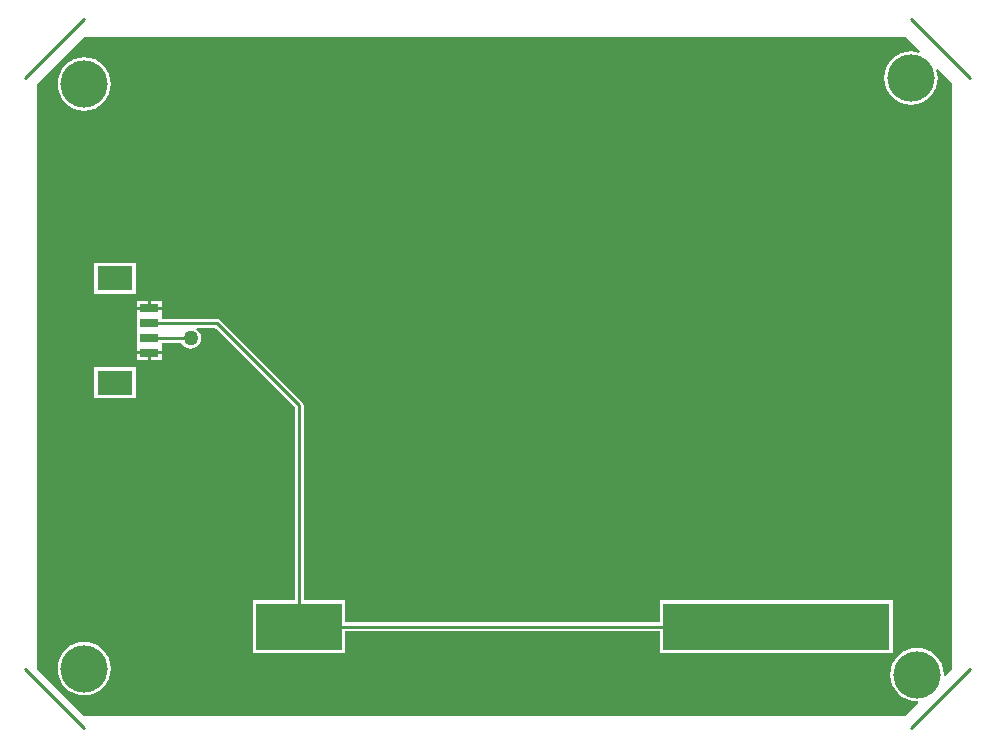
<source format=gbl>
G04 Layer_Physical_Order=2*
G04 Layer_Color=16711680*
%FSLAX42Y42*%
%MOMM*%
G71*
G01*
G75*
%ADD11R,7.26X4.00*%
%ADD12R,19.16X4.00*%
%ADD13C,4.00*%
%ADD14C,1.27*%
%ADD15R,3.00X2.10*%
%ADD16R,1.60X0.80*%
%ADD17C,0.25*%
G36*
X7573Y5727D02*
X7567Y5715D01*
X7544Y5722D01*
X7500Y5726D01*
X7456Y5722D01*
X7413Y5709D01*
X7374Y5688D01*
X7340Y5660D01*
X7312Y5626D01*
X7291Y5587D01*
X7278Y5544D01*
X7274Y5500D01*
X7278Y5456D01*
X7291Y5413D01*
X7312Y5374D01*
X7340Y5340D01*
X7374Y5312D01*
X7413Y5291D01*
X7456Y5278D01*
X7500Y5274D01*
X7544Y5278D01*
X7587Y5291D01*
X7626Y5312D01*
X7660Y5340D01*
X7688Y5374D01*
X7709Y5413D01*
X7722Y5456D01*
X7726Y5500D01*
X7722Y5544D01*
X7715Y5567D01*
X7727Y5573D01*
X7850Y5450D01*
Y500D01*
X7787Y437D01*
X7776Y443D01*
X7776Y450D01*
X7772Y494D01*
X7759Y537D01*
X7738Y576D01*
X7710Y610D01*
X7676Y638D01*
X7637Y659D01*
X7594Y672D01*
X7550Y676D01*
X7506Y672D01*
X7463Y659D01*
X7424Y638D01*
X7390Y610D01*
X7362Y576D01*
X7341Y537D01*
X7328Y494D01*
X7324Y450D01*
X7328Y406D01*
X7341Y363D01*
X7362Y324D01*
X7390Y290D01*
X7424Y262D01*
X7463Y241D01*
X7506Y228D01*
X7550Y224D01*
X7557Y224D01*
X7563Y213D01*
X7450Y100D01*
X500D01*
X100Y500D01*
Y5450D01*
X500Y5850D01*
X7450D01*
X7573Y5727D01*
D02*
G37*
%LPC*%
G36*
X935Y3050D02*
X585D01*
Y2790D01*
X935D01*
Y3050D01*
D02*
G37*
G36*
X1037Y3162D02*
X945D01*
Y3110D01*
X1037D01*
Y3162D01*
D02*
G37*
G36*
X500Y726D02*
X456Y722D01*
X413Y709D01*
X374Y688D01*
X340Y660D01*
X312Y626D01*
X291Y587D01*
X278Y544D01*
X274Y500D01*
X278Y456D01*
X291Y413D01*
X312Y374D01*
X340Y340D01*
X374Y312D01*
X413Y291D01*
X456Y278D01*
X500Y274D01*
X544Y278D01*
X587Y291D01*
X626Y312D01*
X660Y340D01*
X688Y374D01*
X709Y413D01*
X722Y456D01*
X726Y500D01*
X722Y544D01*
X709Y587D01*
X688Y626D01*
X660Y660D01*
X626Y688D01*
X587Y709D01*
X544Y722D01*
X500Y726D01*
D02*
G37*
G36*
X1155Y3537D02*
X1050D01*
X945D01*
Y3485D01*
Y3360D01*
Y3235D01*
Y3188D01*
X1050D01*
X1155D01*
Y3261D01*
X1320D01*
X1322Y3255D01*
X1337Y3237D01*
X1355Y3222D01*
X1377Y3213D01*
X1400Y3210D01*
X1423Y3213D01*
X1445Y3222D01*
X1463Y3237D01*
X1478Y3255D01*
X1487Y3277D01*
X1490Y3300D01*
X1487Y3323D01*
X1478Y3345D01*
X1463Y3363D01*
X1450Y3373D01*
X1455Y3386D01*
X1609D01*
X2281Y2714D01*
Y1080D01*
X1931D01*
Y629D01*
X2708D01*
Y815D01*
X5378D01*
Y629D01*
X7345D01*
Y1080D01*
X5378D01*
Y893D01*
X2708D01*
Y1080D01*
X2358D01*
Y2731D01*
X2355Y2745D01*
X2347Y2758D01*
X1652Y3452D01*
X1640Y3461D01*
X1625Y3464D01*
X1155D01*
Y3485D01*
Y3537D01*
D02*
G37*
G36*
Y3162D02*
X1063D01*
Y3110D01*
X1155D01*
Y3162D01*
D02*
G37*
G36*
X935Y3935D02*
X585D01*
Y3675D01*
X935D01*
Y3935D01*
D02*
G37*
G36*
X500Y5676D02*
X456Y5672D01*
X413Y5659D01*
X374Y5638D01*
X340Y5610D01*
X312Y5576D01*
X291Y5537D01*
X278Y5494D01*
X274Y5450D01*
X278Y5406D01*
X291Y5363D01*
X312Y5324D01*
X340Y5290D01*
X374Y5262D01*
X413Y5241D01*
X456Y5228D01*
X500Y5224D01*
X544Y5228D01*
X587Y5241D01*
X626Y5262D01*
X660Y5290D01*
X688Y5324D01*
X709Y5363D01*
X722Y5406D01*
X726Y5450D01*
X722Y5494D01*
X709Y5537D01*
X688Y5576D01*
X660Y5610D01*
X626Y5638D01*
X587Y5659D01*
X544Y5672D01*
X500Y5676D01*
D02*
G37*
G36*
X1037Y3615D02*
X945D01*
Y3563D01*
X1037D01*
Y3615D01*
D02*
G37*
G36*
X1155D02*
X1063D01*
Y3563D01*
X1155D01*
Y3615D01*
D02*
G37*
%LPD*%
D11*
X2319Y854D02*
D03*
D12*
X6361D02*
D03*
D13*
X500Y500D02*
D03*
X7550Y450D02*
D03*
X7500Y5500D02*
D03*
X500Y5450D02*
D03*
D14*
X1400Y3300D02*
D03*
D15*
X760Y3805D02*
D03*
Y2920D02*
D03*
D16*
X1050Y3550D02*
D03*
Y3425D02*
D03*
Y3300D02*
D03*
Y3175D02*
D03*
D17*
X7500Y0D02*
X8000Y500D01*
X7500Y6000D02*
X8000Y5500D01*
X0Y500D02*
X500Y0D01*
X0Y5500D02*
X500Y6000D01*
X1050Y3300D02*
X1400D01*
X1050Y3425D02*
X1625D01*
X2319Y2731D01*
Y854D02*
Y2731D01*
Y854D02*
X6361D01*
M02*

</source>
